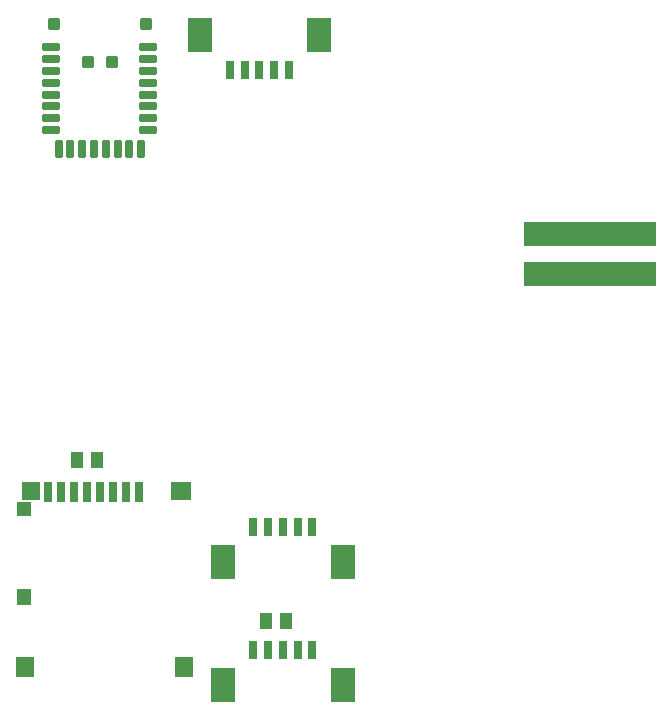
<source format=gbp>
G04 Layer_Color=128*
%FSAX24Y24*%
%MOIN*%
G70*
G01*
G75*
%ADD20R,0.0433X0.0551*%
%ADD51R,0.0827X0.1181*%
%ADD52R,0.0315X0.0630*%
%ADD65R,0.4409X0.0807*%
%ADD87R,0.0315X0.0661*%
%ADD88R,0.0630X0.0591*%
%ADD89R,0.0508X0.0551*%
%ADD90R,0.0669X0.0591*%
%ADD91R,0.0508X0.0512*%
%ADD92R,0.0591X0.0669*%
G04:AMPARAMS|DCode=93|XSize=59.1mil|YSize=24mil|CornerRadius=3.6mil|HoleSize=0mil|Usage=FLASHONLY|Rotation=90.000|XOffset=0mil|YOffset=0mil|HoleType=Round|Shape=RoundedRectangle|*
%AMROUNDEDRECTD93*
21,1,0.0591,0.0168,0,0,90.0*
21,1,0.0519,0.0240,0,0,90.0*
1,1,0.0072,0.0084,0.0259*
1,1,0.0072,0.0084,-0.0259*
1,1,0.0072,-0.0084,-0.0259*
1,1,0.0072,-0.0084,0.0259*
%
%ADD93ROUNDEDRECTD93*%
G04:AMPARAMS|DCode=94|XSize=59.1mil|YSize=24mil|CornerRadius=3.6mil|HoleSize=0mil|Usage=FLASHONLY|Rotation=180.000|XOffset=0mil|YOffset=0mil|HoleType=Round|Shape=RoundedRectangle|*
%AMROUNDEDRECTD94*
21,1,0.0591,0.0168,0,0,180.0*
21,1,0.0519,0.0240,0,0,180.0*
1,1,0.0072,-0.0259,0.0084*
1,1,0.0072,0.0259,0.0084*
1,1,0.0072,0.0259,-0.0084*
1,1,0.0072,-0.0259,-0.0084*
%
%ADD94ROUNDEDRECTD94*%
G04:AMPARAMS|DCode=95|XSize=39.4mil|YSize=39.4mil|CornerRadius=5.9mil|HoleSize=0mil|Usage=FLASHONLY|Rotation=180.000|XOffset=0mil|YOffset=0mil|HoleType=Round|Shape=RoundedRectangle|*
%AMROUNDEDRECTD95*
21,1,0.0394,0.0276,0,0,180.0*
21,1,0.0276,0.0394,0,0,180.0*
1,1,0.0118,-0.0138,0.0138*
1,1,0.0118,0.0138,0.0138*
1,1,0.0118,0.0138,-0.0138*
1,1,0.0118,-0.0138,-0.0138*
%
%ADD95ROUNDEDRECTD95*%
D20*
X278848Y185669D02*
D03*
X278159D02*
D03*
X284459Y180276D02*
D03*
X285148D02*
D03*
D51*
X283051Y178150D02*
D03*
X287028D02*
D03*
X286240Y199823D02*
D03*
X282264D02*
D03*
X283051Y182244D02*
D03*
X287028D02*
D03*
D52*
X284055Y179311D02*
D03*
X286024D02*
D03*
X285039D02*
D03*
X285532D02*
D03*
X284547D02*
D03*
X285236Y198661D02*
D03*
X283268D02*
D03*
X284252D02*
D03*
X283760D02*
D03*
X284744D02*
D03*
X284055Y183406D02*
D03*
X286024D02*
D03*
X285039D02*
D03*
X285532D02*
D03*
X284547D02*
D03*
D65*
X295276Y193189D02*
D03*
X295276Y191850D02*
D03*
D87*
X278504Y184600D02*
D03*
X278071D02*
D03*
X277638D02*
D03*
X277205D02*
D03*
X280236D02*
D03*
X279803D02*
D03*
X279370D02*
D03*
X278937D02*
D03*
D88*
X276654Y184636D02*
D03*
D89*
X276396Y181093D02*
D03*
D90*
X281634Y184636D02*
D03*
D91*
X276396Y184026D02*
D03*
D92*
X281752Y178750D02*
D03*
X276437D02*
D03*
D93*
X277559Y196024D02*
D03*
X277953D02*
D03*
X278346D02*
D03*
X278740D02*
D03*
X279134D02*
D03*
X279528D02*
D03*
X279921D02*
D03*
X280315D02*
D03*
D94*
X280555Y196654D02*
D03*
Y197047D02*
D03*
Y197441D02*
D03*
Y197835D02*
D03*
Y198228D02*
D03*
Y198622D02*
D03*
Y199016D02*
D03*
Y199409D02*
D03*
X277319D02*
D03*
Y199016D02*
D03*
Y198622D02*
D03*
Y198228D02*
D03*
Y197835D02*
D03*
Y197441D02*
D03*
Y197047D02*
D03*
Y196654D02*
D03*
D95*
X280476Y200197D02*
D03*
X279331Y198917D02*
D03*
X277398Y200197D02*
D03*
X278543Y198917D02*
D03*
M02*

</source>
